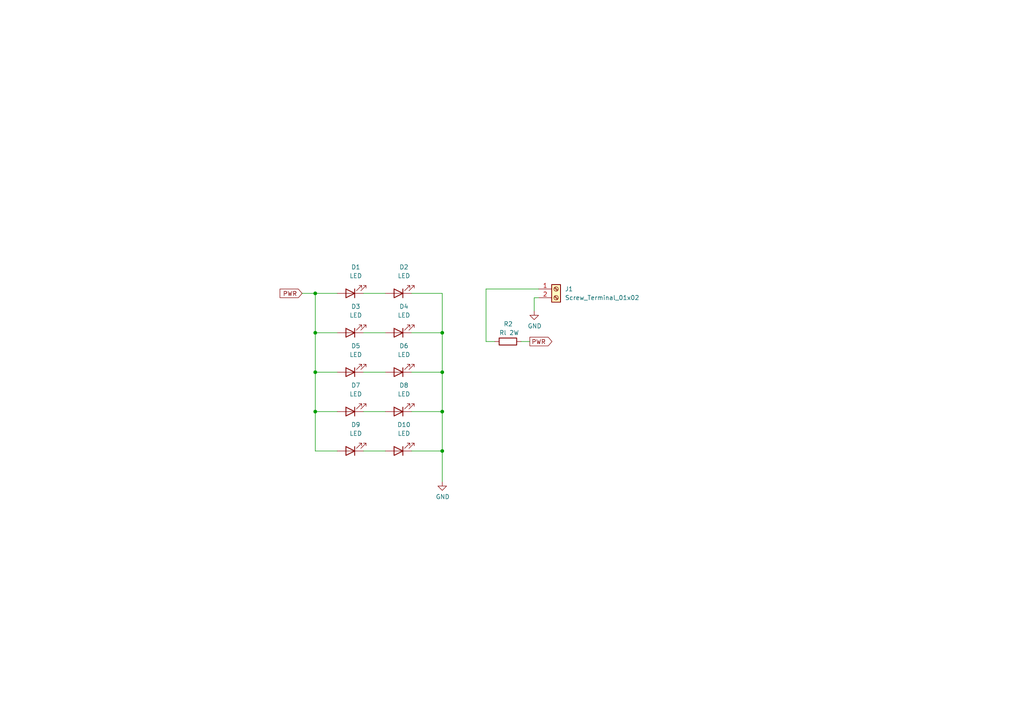
<source format=kicad_sch>
(kicad_sch (version 20211123) (generator eeschema)
  (paper "A4")
  (title_block (title "Mini Circular LED Panel") (date "2022-04-20") (rev "1") (comment 1 "Tec. Henrique Silva"))
  (lib_symbols
    (symbol "Connector:Screw_Terminal_01x02" (pin_names (offset 1.016) hide)
      (property "Reference" "J" (at 0 2.54 0))
      (property "Value" "Screw_Terminal_01x02" (at 0 -5.08 0))
      (symbol "Screw_Terminal_01x02_1_1"
        (rectangle (start -1.27 1.27) (end 1.27 -3.81) (stroke (width 0.254)) (fill (type background)))
        (circle (center 0 -2.54) (radius 0.635) (stroke (width 0.1524)))
        (polyline (pts (xy -0.5334 -2.2098) (xy 0.3302 -3.048)) (stroke (width 0.1524)))
        (polyline (pts (xy -0.5334 0.3302) (xy 0.3302 -0.508)) (stroke (width 0.1524)))
        (polyline (pts (xy -0.3556 -2.032) (xy 0.508 -2.8702)) (stroke (width 0.1524)))
        (polyline (pts (xy -0.3556 0.508) (xy 0.508 -0.3302)) (stroke (width 0.1524)))
        (circle (center 0 0) (radius 0.635) (stroke (width 0.1524)))
        (pin passive line (at -5.08 0 0) (length 3.81) (name "Pin_1") (number "1"))
        (pin passive line (at -5.08 -2.54 0) (length 3.81) (name "Pin_2") (number "2"))
      )
    )
    (symbol "Device:LED" (pin_numbers hide) (pin_names (offset 1.016) hide)
      (property "Reference" "D" (at 0 2.54 0))
      (property "Value" "LED" (at 0 -2.54 0))
      (symbol "LED_0_1"
        (polyline (pts (xy -1.27 -1.27) (xy -1.27 1.27)) (stroke (width 0.254)))
        (polyline (pts (xy -1.27 0) (xy 1.27 0)))
        (polyline (pts (xy 1.27 -1.27) (xy 1.27 1.27) (xy -1.27 0) (xy 1.27 -1.27)) (stroke (width 0.254)))
        (polyline (pts (xy -3.048 -0.762) (xy -4.572 -2.286) (xy -3.81 -2.286) (xy -4.572 -2.286) (xy -4.572 -1.524)))
        (polyline (pts (xy -1.778 -0.762) (xy -3.302 -2.286) (xy -2.54 -2.286) (xy -3.302 -2.286) (xy -3.302 -1.524)))
      )
      (symbol "LED_1_1"
        (pin passive line (at -3.81 0 0) (length 2.54) (name "K") (number "1"))
        (pin passive line (at 3.81 0 180) (length 2.54) (name "A") (number "2"))
      )
    )
    (symbol "Device:R" (pin_numbers hide) (pin_names (offset 0))
      (property "Reference" "R" (at 2.032 0 90))
      (property "Value" "R" (at 0 0 90))
      (symbol "R_0_1"
        (rectangle (start -1.016 -2.54) (end 1.016 2.54) (stroke (width 0.254)))
      )
      (symbol "R_1_1"
        (pin passive line (at 0 3.81 270) (length 1.27) (name "~") (number "1"))
        (pin passive line (at 0 -3.81 90) (length 1.27) (name "~") (number "2"))
      )
    )
    (symbol "power:GND" (power) (pin_names (offset 0))
      (property "Value" "GND" (at 0 -3.81 0))
      (symbol "GND_0_1"
        (polyline (pts (xy 0 0) (xy 0 -1.27) (xy 1.27 -1.27) (xy 0 -2.54) (xy -1.27 -1.27) (xy 0 -1.27)))
      )
      (symbol "GND_1_1"
        (pin power_in line (at 0 0 270) (length 0) hide (name "GND") (number "1"))
      )
    )
  )
  (junction (at 128.27 107.95))
  (junction (at 128.27 119.38))
  (junction (at 91.44 96.52))
  (junction (at 91.44 85.09))
  (junction (at 91.44 119.38))
  (junction (at 91.44 107.95))
  (junction (at 128.27 130.81))
  (junction (at 128.27 96.52))
  (wire (pts (xy 128.27 85.09) (xy 128.27 96.52)))
  (wire (pts (xy 105.41 85.09) (xy 111.76 85.09)))
  (wire (pts (xy 154.94 90.17) (xy 154.94 86.36)))
  (wire (pts (xy 105.41 96.52) (xy 111.76 96.52)))
  (wire (pts (xy 140.97 83.82) (xy 140.97 99.06)))
  (wire (pts (xy 140.97 99.06) (xy 143.51 99.06)))
  (wire (pts (xy 105.41 119.38) (xy 111.76 119.38)))
  (wire (pts (xy 151.13 99.06) (xy 153.67 99.06)))
  (wire (pts (xy 91.44 107.95) (xy 97.79 107.95)))
  (wire (pts (xy 119.38 85.09) (xy 128.27 85.09)))
  (wire (pts (xy 128.27 96.52) (xy 128.27 107.95)))
  (wire (pts (xy 91.44 107.95) (xy 91.44 119.38)))
  (wire (pts (xy 119.38 119.38) (xy 128.27 119.38)))
  (wire (pts (xy 91.44 130.81) (xy 97.79 130.81)))
  (wire (pts (xy 91.44 96.52) (xy 91.44 107.95)))
  (wire (pts (xy 91.44 96.52) (xy 97.79 96.52)))
  (wire (pts (xy 128.27 119.38) (xy 128.27 130.81)))
  (wire (pts (xy 154.94 86.36) (xy 156.21 86.36)))
  (wire (pts (xy 87.63 85.09) (xy 91.44 85.09)))
  (wire (pts (xy 91.44 85.09) (xy 91.44 96.52)))
  (wire (pts (xy 128.27 130.81) (xy 128.27 139.7)))
  (wire (pts (xy 128.27 107.95) (xy 128.27 119.38)))
  (wire (pts (xy 119.38 107.95) (xy 128.27 107.95)))
  (wire (pts (xy 91.44 119.38) (xy 97.79 119.38)))
  (wire (pts (xy 140.97 83.82) (xy 156.21 83.82)))
  (wire (pts (xy 91.44 119.38) (xy 91.44 130.81)))
  (wire (pts (xy 91.44 85.09) (xy 97.79 85.09)))
  (wire (pts (xy 105.41 130.81) (xy 111.76 130.81)))
  (wire (pts (xy 119.38 130.81) (xy 128.27 130.81)))
  (wire (pts (xy 119.38 96.52) (xy 128.27 96.52)))
  (wire (pts (xy 105.41 107.95) (xy 111.76 107.95)))
  (global_label "PWR" (shape input) (at 87.63 85.09 180) (property "Intersheet References" "${INTERSHEET_REFS}" (effects hide)))
  (global_label "PWR" (shape output) (at 153.67 99.06 0) (property "Intersheet References" "${INTERSHEET_REFS}" (effects hide)))
  (symbol (lib_id "power:GND") (at 128.27 139.7 0) (unit 1)
    (property "Reference" "#PWR02" (effects hide))
    (property "Value" "GND" (at 128.397 144.0942 0))
  )
  (symbol (lib_id "Device:R") (at 147.32 99.06 270) (mirror x) (unit 1)
    (property "Reference" "R2" (at 146.05 93.98 90) (effects (justify left)))
    (property "Value" "Rl 2W" (at 144.78 96.52 90) (effects (justify left)))
    (property "Footprint" "Resistor_THT:R_Axial_DIN0411_L9.9mm_D3.6mm_P15.24mm_Horizontal" (effects hide))
  )
  (symbol (lib_id "Device:LED") (at 115.57 96.52 180) (unit 1)
    (property "Reference" "D4" (at 117.1575 88.9 0))
    (property "Value" "LED" (at 117.1575 91.44 0))
    (property "Footprint" "LED_THT:LED_D5.0mm" (effects hide))
  )
  (symbol (lib_id "Device:LED") (at 101.6 96.52 180) (unit 1)
    (property "Reference" "D3" (at 103.1875 88.9 0))
    (property "Value" "LED" (at 103.1875 91.44 0))
    (property "Footprint" "LED_THT:LED_D5.0mm" (effects hide))
  )
  (symbol (lib_id "Device:LED") (at 115.57 85.09 180) (unit 1)
    (property "Reference" "D2" (at 117.1575 77.47 0))
    (property "Value" "LED" (at 117.1575 80.01 0))
    (property "Footprint" "LED_THT:LED_D5.0mm" (effects hide))
  )
  (symbol (lib_id "Connector:Screw_Terminal_01x02") (at 161.29 83.82 0) (unit 1)
    (property "Reference" "J1" (at 163.83 83.8199 0) (effects (justify left)))
    (property "Value" "Screw_Terminal_01x02" (at 163.83 86.3599 0) (effects (justify left)))
    (property "Footprint" "Connector_Phoenix_MC_HighVoltage:PhoenixContact_MCV_1,5_2-G-5.08_1x02_P5.08mm_Vertical" (effects hide))
  )
  (symbol (lib_id "Device:LED") (at 101.6 130.81 180) (unit 1)
    (property "Reference" "D9" (at 103.1875 123.19 0))
    (property "Value" "LED" (at 103.1875 125.73 0))
    (property "Footprint" "LED_THT:LED_D5.0mm" (effects hide))
  )
  (symbol (lib_id "Device:LED") (at 101.6 107.95 180) (unit 1)
    (property "Reference" "D5" (at 103.1875 100.33 0))
    (property "Value" "LED" (at 103.1875 102.87 0))
    (property "Footprint" "LED_THT:LED_D5.0mm" (effects hide))
  )
  (symbol (lib_id "Device:LED") (at 115.57 130.81 180) (unit 1)
    (property "Reference" "D10" (at 117.1575 123.19 0))
    (property "Value" "LED" (at 117.1575 125.73 0))
    (property "Footprint" "LED_THT:LED_D5.0mm" (effects hide))
  )
  (symbol (lib_id "Device:LED") (at 101.6 119.38 180) (unit 1)
    (property "Reference" "D7" (at 103.1875 111.76 0))
    (property "Value" "LED" (at 103.1875 114.3 0))
    (property "Footprint" "LED_THT:LED_D5.0mm" (effects hide))
  )
  (symbol (lib_id "power:GND") (at 154.94 90.17 0) (unit 1)
    (property "Reference" "#PWR0101" (effects hide))
    (property "Value" "GND" (at 155.067 94.5642 0))
  )
  (symbol (lib_id "Device:LED") (at 101.6 85.09 180) (unit 1)
    (property "Reference" "D1" (at 103.1875 77.47 0))
    (property "Value" "LED" (at 103.1875 80.01 0))
    (property "Footprint" "LED_THT:LED_D5.0mm" (effects hide))
  )
  (symbol (lib_id "Device:LED") (at 115.57 119.38 180) (unit 1)
    (property "Reference" "D8" (at 117.1575 111.76 0))
    (property "Value" "LED" (at 117.1575 114.3 0))
    (property "Footprint" "LED_THT:LED_D5.0mm" (effects hide))
  )
  (symbol (lib_id "Device:LED") (at 115.57 107.95 180) (unit 1)
    (property "Reference" "D6" (at 117.1575 100.33 0))
    (property "Value" "LED" (at 117.1575 102.87 0))
    (property "Footprint" "LED_THT:LED_D5.0mm" (effects hide))
  )
)
</source>
